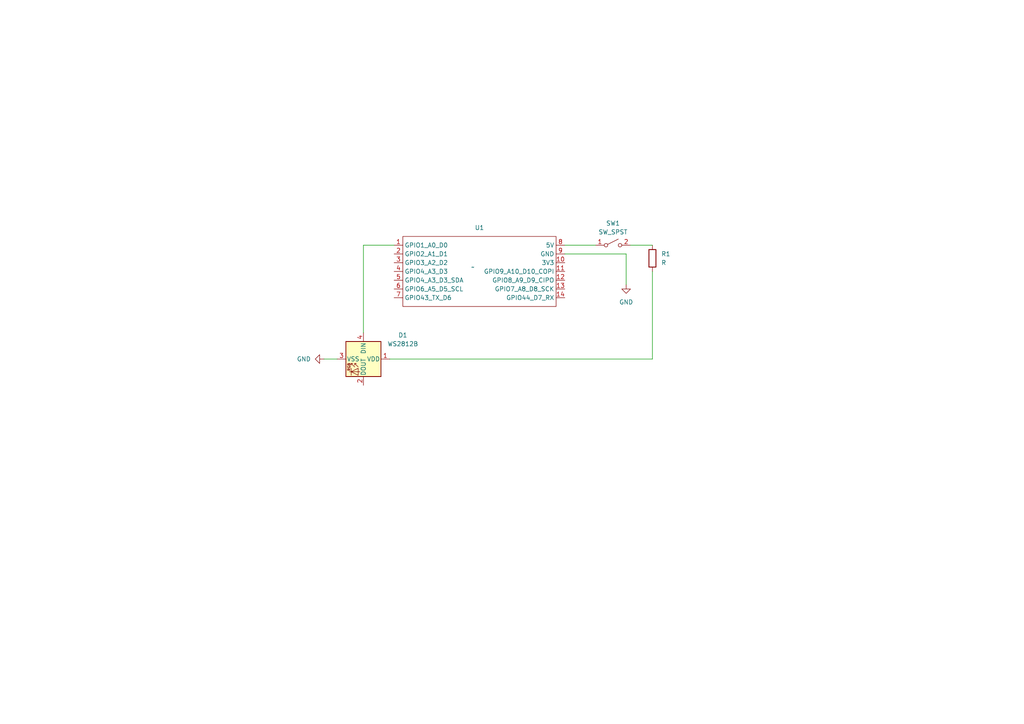
<source format=kicad_sch>
(kicad_sch (version 20230121) (generator eeschema)
  (paper "A4")
  (lib_symbols
    (symbol "514_KiCAD_DEMO:XIAO_ESP32_SENSE"
      (property "Reference" "U" (at 0 0 0))
      (symbol "XIAO_ESP32_SENSE_0_1"
        (polyline (pts (xy -20.32 8.89) (xy -20.32 -11.43) (xy 24.13 -11.43) (xy 24.13 8.89) (xy -20.32 8.89)))
      )
      (symbol "XIAO_ESP32_SENSE_1_1"
        (pin bidirectional line (at -22.86 6.35 0) (length 2.54) (name "GPIO1_A0_D0") (number "1"))
        (pin bidirectional line (at 26.67 1.27 180) (length 2.54) (name "3V3") (number "10"))
        (pin bidirectional line (at 26.67 -1.27 180) (length 2.54) (name "GPIO9_A10_D10_COPI") (number "11"))
        (pin bidirectional line (at 26.67 -3.81 180) (length 2.54) (name "GPIO8_A9_D9_CIPO") (number "12"))
        (pin bidirectional line (at 26.67 -6.35 180) (length 2.54) (name "GPIO7_A8_D8_SCK") (number "13"))
        (pin bidirectional line (at 26.67 -8.89 180) (length 2.54) (name "GPIO44_D7_RX") (number "14"))
        (pin bidirectional line (at -22.86 3.81 0) (length 2.54) (name "GPIO2_A1_D1") (number "2"))
        (pin bidirectional line (at -22.86 1.27 0) (length 2.54) (name "GPIO3_A2_D2") (number "3"))
        (pin bidirectional line (at -22.86 -1.27 0) (length 2.54) (name "GPIO4_A3_D3") (number "4"))
        (pin bidirectional line (at -22.86 -3.81 0) (length 2.54) (name "GPIO4_A3_D3_SDA") (number "5"))
        (pin bidirectional line (at -22.86 -6.35 0) (length 2.54) (name "GPIO6_A5_D5_SCL") (number "6"))
        (pin bidirectional line (at -22.86 -8.89 0) (length 2.54) (name "GPIO43_TX_D6") (number "7"))
        (pin bidirectional line (at 26.67 6.35 180) (length 2.54) (name "5V") (number "8"))
        (pin bidirectional line (at 26.67 3.81 180) (length 2.54) (name "GND") (number "9"))
      )
    )
    (symbol "Device:R" (pin_numbers hide) (pin_names (offset 0))
      (property "Reference" "R" (at 2.032 0 90))
      (property "Value" "R" (at 0 0 90))
      (symbol "R_0_1"
        (rectangle (start -1.016 -2.54) (end 1.016 2.54) (stroke (width 0.254)))
      )
      (symbol "R_1_1"
        (pin passive line (at 0 3.81 270) (length 1.27) (name "~") (number "1"))
        (pin passive line (at 0 -3.81 90) (length 1.27) (name "~") (number "2"))
      )
    )
    (symbol "LED:WS2812B" (pin_names (offset 0.254))
      (property "Reference" "D" (at 5.08 5.715 0))
      (property "Value" "WS2812B" (at 1.27 -5.715 0))
      (symbol "WS2812B_0_0"
        (text "RGB" (at 2.286 -4.191 0) (effects (font (size 0.762 0.762))))
      )
      (symbol "WS2812B_0_1"
        (polyline (pts (xy 1.27 -3.556) (xy 1.778 -3.556)))
        (polyline (pts (xy 1.27 -2.54) (xy 1.778 -2.54)))
        (polyline (pts (xy 4.699 -3.556) (xy 2.667 -3.556)))
        (polyline (pts (xy 2.286 -2.54) (xy 1.27 -3.556) (xy 1.27 -3.048)))
        (polyline (pts (xy 2.286 -1.524) (xy 1.27 -2.54) (xy 1.27 -2.032)))
        (polyline (pts (xy 3.683 -1.016) (xy 3.683 -3.556) (xy 3.683 -4.064)))
        (polyline (pts (xy 4.699 -1.524) (xy 2.667 -1.524) (xy 3.683 -3.556) (xy 4.699 -1.524)))
        (rectangle (start 5.08 5.08) (end -5.08 -5.08) (stroke (width 0.254)) (fill (type background)))
      )
      (symbol "WS2812B_1_1"
        (pin power_in line (at 0 7.62 270) (length 2.54) (name "VDD") (number "1"))
        (pin output line (at 7.62 0 180) (length 2.54) (name "DOUT") (number "2"))
        (pin power_in line (at 0 -7.62 90) (length 2.54) (name "VSS") (number "3"))
        (pin input line (at -7.62 0 0) (length 2.54) (name "DIN") (number "4"))
      )
    )
    (symbol "Switch:SW_SPST" (pin_names (offset 0) hide)
      (property "Reference" "SW" (at 0 3.175 0))
      (property "Value" "SW_SPST" (at 0 -2.54 0))
      (symbol "SW_SPST_0_0"
        (circle (center -2.032 0) (radius 0.508))
        (polyline (pts (xy -1.524 0.254) (xy 1.524 1.778)))
        (circle (center 2.032 0) (radius 0.508))
      )
      (symbol "SW_SPST_1_1"
        (pin passive line (at -5.08 0 0) (length 2.54) (name "A") (number "1"))
        (pin passive line (at 5.08 0 180) (length 2.54) (name "B") (number "2"))
      )
    )
    (symbol "power:GND" (power) (pin_names (offset 0))
      (property "Value" "GND" (at 0 -3.81 0))
      (symbol "GND_0_1"
        (polyline (pts (xy 0 0) (xy 0 -1.27) (xy 1.27 -1.27) (xy 0 -2.54) (xy -1.27 -1.27) (xy 0 -1.27)))
      )
      (symbol "GND_1_1"
        (pin power_in line (at 0 0 270) (length 0) hide (name "GND") (number "1"))
      )
    )
  )
  (wire (pts (xy 181.61 82.55) (xy 181.61 73.66)))
  (wire (pts (xy 182.88 71.12) (xy 189.23 71.12)))
  (wire (pts (xy 163.83 71.12) (xy 172.72 71.12)))
  (wire (pts (xy 93.98 104.14) (xy 97.79 104.14)))
  (wire (pts (xy 114.3 71.12) (xy 105.41 71.12)))
  (wire (pts (xy 163.83 73.66) (xy 181.61 73.66)))
  (wire (pts (xy 189.23 78.74) (xy 189.23 104.14)))
  (wire (pts (xy 105.41 71.12) (xy 105.41 96.52)))
  (wire (pts (xy 189.23 104.14) (xy 113.03 104.14)))
  (symbol (lib_id "power:GND") (at 181.61 82.55 0) (unit 1)
    (property "Reference" "#PWR01" (effects hide))
    (property "Value" "GND" (at 181.61 87.63 0))
  )
  (symbol (lib_id "LED:WS2812B") (at 105.41 104.14 270) (unit 1)
    (property "Reference" "D1" (at 116.84 97.2119 90))
    (property "Value" "WS2812B" (at 116.84 99.7519 90))
    (property "Footprint" "LED_SMD:LED_WS2812B_PLCC4_5.0x5.0mm_P3.2mm" (effects hide))
    (property "Datasheet" "https://cdn-shop.adafruit.com/datasheets/WS2812B.pdf" (effects hide))
  )
  (symbol (lib_id "Switch:SW_SPST") (at 177.8 71.12 0) (unit 1)
    (property "Reference" "SW1" (at 177.8 64.77 0))
    (property "Value" "SW_SPST" (at 177.8 67.31 0))
  )
  (symbol (lib_id "power:GND") (at 93.98 104.14 270) (unit 1)
    (property "Reference" "#PWR02" (effects hide))
    (property "Value" "GND" (at 90.17 104.14 90) (effects (justify right)))
  )
  (symbol (lib_id "514_KiCAD_DEMO:XIAO_ESP32_SENSE") (at 137.16 77.47 0) (unit 1)
    (property "Reference" "U1" (at 139.065 66.04 0))
    (property "Value" "~" (at 137.16 77.47 0))
  )
  (symbol (lib_id "Device:R") (at 189.23 74.93 0) (unit 1)
    (property "Reference" "R1" (at 191.77 73.66 0) (effects (justify left)))
    (property "Value" "R" (at 191.77 76.2 0) (effects (justify left)))
  )
)
</source>
